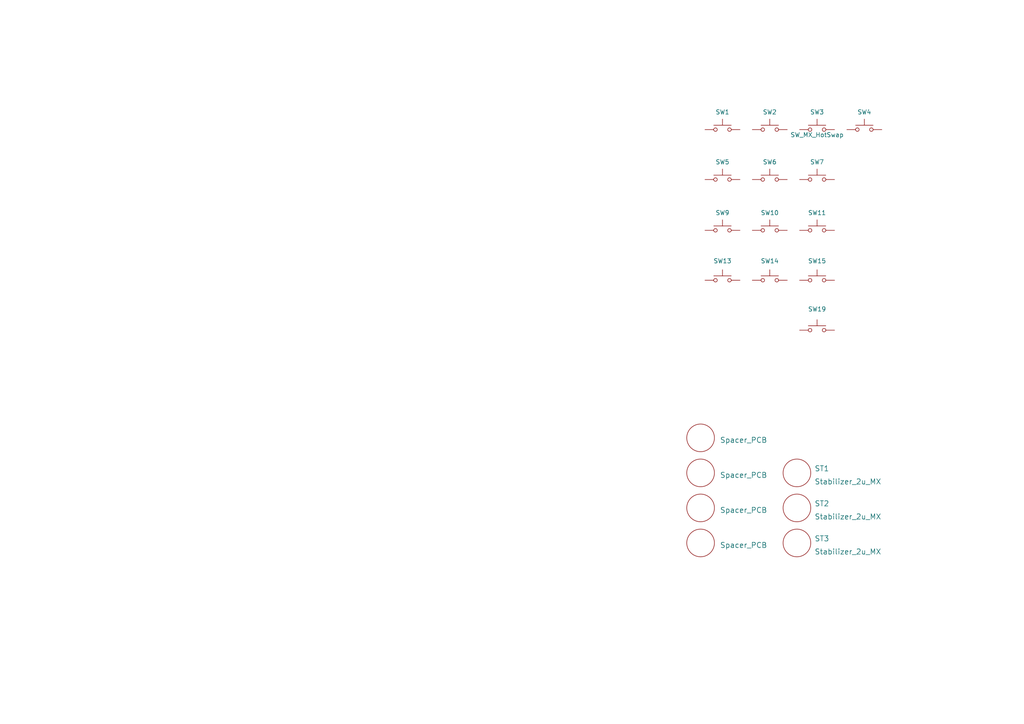
<source format=kicad_sch>
(kicad_sch (version 20230121) (generator eeschema)
  (paper "A4")
  (title_block (title "UnOrthoDox Plate") (date "2023-07-11") (rev "v1.0.0") (company "Tweety's Wild Thinking") (comment 1 "Markus Knutsson <markus.knutsson@tweety.se>") (comment 2 "https://github.com/TweetyDaBird") (comment 3 "Licensed under Creative Commons BY-SA 4.0 International "))
  (lib_symbols
    (symbol "Keyboard Switches:SW_MX_HotSwap" (pin_numbers hide) (pin_names (offset 1.016) hide)
      (property "Reference" "SW" (at -1.27 5.08 0))
      (symbol "SW_MX_HotSwap_0_1"
        (circle (center -2.032 0) (radius 0.508))
        (polyline (pts (xy 0 1.27) (xy 0 3.048)))
        (polyline (pts (xy 2.54 1.27) (xy -2.54 1.27)))
        (circle (center 2.032 0) (radius 0.508))
        (pin passive line (at -5.08 0 0) (length 2.54) (name "1") (number "1"))
        (pin passive line (at 5.08 0 180) (length 2.54) (name "2") (number "2"))
      )
    )
    (symbol "Keyboard Switches:Stabilizer_2u_MX" (pin_names (offset 1.016))
      (property "Reference" "ST1" (at 0 -1.27 0))
      (property "Value" "Stabilizer_2u_MX" (at 0 1.27 0))
      (symbol "Stabilizer_2u_MX_0_1"
        (circle (center 0 0) (radius 4.0132))
      )
    )
    (symbol "Keyboard_Plate:Spacer_PCB" (pin_names (offset 1.016))
      (property "Value" "Spacer_PCB" (at 0 1.27 0))
      (symbol "Spacer_PCB_0_1"
        (circle (center 0 0) (radius 4.0132))
      )
    )
  )
  (symbol (lib_id "Keyboard Switches:SW_MX_HotSwap") (at 209.55 81.28 0) (unit 1)
    (property "Reference" "SW13" (at 209.55 75.692 0))
    (property "Value" "SW_MX_HotSwap" (effects hide))
    (property "Footprint" "Keyboard_Plate:SW_MX_Plate_Placeholder_nodrill_NOBORDER" (effects hide))
  )
  (symbol (lib_id "Keyboard Switches:Stabilizer_2u_MX") (at 231.14 137.16 0) (unit 1)
    (property "Reference" "ST1" (at 236.22 135.89 0) (effects (font (size 1.524 1.524)) (justify left)))
    (property "Value" "Stabilizer_2u_MX" (at 236.22 139.7 0) (effects (font (size 1.524 1.524)) (justify left)))
    (property "Footprint" "Keyboard_Plate:Stabilizer_Cherry_MX_2.00u_PLate_1_2" (effects hide))
  )
  (symbol (lib_id "Keyboard Switches:SW_MX_HotSwap") (at 223.266 81.28 0) (unit 1)
    (property "Reference" "SW14" (at 223.266 75.692 0))
    (property "Value" "SW_MX_HotSwap" (effects hide))
    (property "Footprint" "Keyboard_Plate:SW_MX_Plate_Placeholder_nodrill_NOBORDER" (effects hide))
  )
  (symbol (lib_id "Keyboard Switches:SW_MX_HotSwap") (at 236.982 66.802 0) (unit 1)
    (property "Reference" "SW11" (at 236.982 61.722 0))
    (property "Value" "SW_MX_HotSwap" (effects hide))
    (property "Footprint" "Keyboard_Plate:SW_MX_Plate_Placeholder_nodrill_NOBORDER" (effects hide))
  )
  (symbol (lib_id "Keyboard Switches:SW_MX_HotSwap") (at 236.982 95.758 0) (unit 1)
    (property "Reference" "SW19" (at 236.982 89.662 0))
    (property "Value" "SW_MX_HotSwap" (effects hide))
    (property "Footprint" "Keyboard_Plate:SW_MX_Plate_Placeholder_nodrill_NOBORDER" (effects hide))
  )
  (symbol (lib_id "Keyboard Switches:SW_MX_HotSwap") (at 223.266 52.07 0) (unit 1)
    (property "Reference" "SW6" (at 223.266 46.99 0))
    (property "Value" "SW_MX_HotSwap" (effects hide))
    (property "Footprint" "Keyboard_Plate:SW_MX_Plate_Placeholder_nodrill_NOBORDER" (effects hide))
  )
  (symbol (lib_id "Keyboard_Plate:Spacer_PCB") (at 203.2 147.32 0) (unit 1)
    (property "Reference" "H3" (effects hide))
    (property "Value" "Spacer_PCB" (at 208.788 147.955 0) (effects (font (size 1.524 1.524)) (justify left)))
    (property "Footprint" "Keyboard_Plate:Spacer Plate hole" (effects hide))
  )
  (symbol (lib_id "Keyboard Switches:SW_MX_HotSwap") (at 236.982 81.28 0) (unit 1)
    (property "Reference" "SW15" (at 236.982 75.692 0))
    (property "Value" "SW_MX_HotSwap" (effects hide))
    (property "Footprint" "Keyboard_Plate:SW_MX_Plate_Placeholder_nodrill_NOBORDER" (effects hide))
  )
  (symbol (lib_id "Keyboard Switches:SW_MX_HotSwap") (at 223.266 37.592 0) (unit 1)
    (property "Reference" "SW2" (at 223.266 32.512 0))
    (property "Value" "SW_MX_HotSwap" (effects hide))
    (property "Footprint" "Keyboard_Plate:SW_MX_Plate_Placeholder_nodrill_NOBORDER" (effects hide))
  )
  (symbol (lib_id "Keyboard Switches:SW_MX_HotSwap") (at 250.698 37.592 0) (unit 1)
    (property "Reference" "SW4" (at 250.698 32.512 0))
    (property "Value" "SW_MX_HotSwap" (effects hide))
    (property "Footprint" "Keyboard_Plate:SW_MX_Plate_Placeholder_nodrill_NOBORDER" (effects hide))
  )
  (symbol (lib_id "Keyboard Switches:SW_MX_HotSwap") (at 236.982 37.592 0) (unit 1)
    (property "Reference" "SW3" (at 236.982 32.512 0))
    (property "Value" "SW_MX_HotSwap" (at 236.982 39.116 0))
    (property "Footprint" "Keyboard_Plate:SW_MX_Plate_Placeholder_nodrill_NOBORDER" (effects hide))
  )
  (symbol (lib_id "Keyboard Switches:Stabilizer_2u_MX") (at 231.14 157.48 0) (unit 1)
    (property "Reference" "ST3" (at 236.22 156.21 0) (effects (font (size 1.524 1.524)) (justify left)))
    (property "Value" "Stabilizer_2u_MX" (at 236.22 160.02 0) (effects (font (size 1.524 1.524)) (justify left)))
    (property "Footprint" "Keyboard_Plate:Stabilizer_Cherry_MX_2.00u_PLate_1_2" (effects hide))
  )
  (symbol (lib_id "Keyboard Switches:SW_MX_HotSwap") (at 209.55 66.802 0) (unit 1)
    (property "Reference" "SW9" (at 209.55 61.722 0))
    (property "Value" "SW_MX_HotSwap" (effects hide))
    (property "Footprint" "Keyboard_Plate:SW_MX_Plate_Placeholder_nodrill_NOBORDER" (effects hide))
  )
  (symbol (lib_id "Keyboard_Plate:Spacer_PCB") (at 203.2 157.48 0) (unit 1)
    (property "Reference" "H4" (effects hide))
    (property "Value" "Spacer_PCB" (at 208.788 158.115 0) (effects (font (size 1.524 1.524)) (justify left)))
    (property "Footprint" "Keyboard_Plate:Spacer Plate hole" (effects hide))
  )
  (symbol (lib_id "Keyboard_Plate:Spacer_PCB") (at 203.2 127 0) (unit 1)
    (property "Reference" "H1" (effects hide))
    (property "Value" "Spacer_PCB" (at 208.788 127.635 0) (effects (font (size 1.524 1.524)) (justify left)))
    (property "Footprint" "Keyboard_Plate:Spacer Plate hole" (effects hide))
  )
  (symbol (lib_id "Keyboard Switches:SW_MX_HotSwap") (at 209.55 37.592 0) (unit 1)
    (property "Reference" "SW1" (at 209.55 32.512 0))
    (property "Value" "SW_MX_HotSwap" (effects hide))
    (property "Footprint" "Keyboard_Plate:SW_MX_Plate_Placeholder_nodrill_NOBORDER" (effects hide))
  )
  (symbol (lib_id "Keyboard_Plate:Spacer_PCB") (at 203.2 137.16 0) (unit 1)
    (property "Reference" "H2" (effects hide))
    (property "Value" "Spacer_PCB" (at 208.788 137.795 0) (effects (font (size 1.524 1.524)) (justify left)))
    (property "Footprint" "Keyboard_Plate:Spacer Plate hole" (effects hide))
  )
  (symbol (lib_id "Keyboard Switches:SW_MX_HotSwap") (at 209.55 52.07 0) (unit 1)
    (property "Reference" "SW5" (at 209.55 46.99 0))
    (property "Value" "SW_MX_HotSwap" (effects hide))
    (property "Footprint" "Keyboard_Plate:SW_MX_Plate_Placeholder_nodrill_NOBORDER" (effects hide))
  )
  (symbol (lib_id "Keyboard Switches:SW_MX_HotSwap") (at 236.982 52.07 0) (unit 1)
    (property "Reference" "SW7" (at 236.982 46.99 0))
    (property "Value" "SW_MX_HotSwap" (effects hide))
    (property "Footprint" "Keyboard_Plate:SW_MX_Plate_Placeholder_nodrill_NOBORDER" (effects hide))
  )
  (symbol (lib_id "Keyboard Switches:Stabilizer_2u_MX") (at 231.14 147.32 0) (unit 1)
    (property "Reference" "ST2" (at 236.22 146.05 0) (effects (font (size 1.524 1.524)) (justify left)))
    (property "Value" "Stabilizer_2u_MX" (at 236.22 149.86 0) (effects (font (size 1.524 1.524)) (justify left)))
    (property "Footprint" "Keyboard_Plate:Stabilizer_Cherry_MX_2.00u_PLate_1_2" (effects hide))
  )
  (symbol (lib_id "Keyboard Switches:SW_MX_HotSwap") (at 223.266 66.802 0) (unit 1)
    (property "Reference" "SW10" (at 223.266 61.722 0))
    (property "Value" "SW_MX_HotSwap" (effects hide))
    (property "Footprint" "Keyboard_Plate:SW_MX_Plate_Placeholder_nodrill_NOBORDER" (effects hide))
  )
)
</source>
